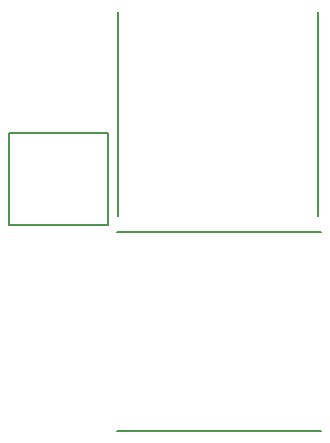
<source format=gbo>
G04*
G04 #@! TF.GenerationSoftware,Altium Limited,Altium Designer,21.8.1 (53)*
G04*
G04 Layer_Color=32896*
%FSAX44Y44*%
%MOMM*%
G71*
G04*
G04 #@! TF.SameCoordinates,6BB75745-684E-4E6C-8D6C-D78F644A18B4*
G04*
G04*
G04 #@! TF.FilePolarity,Positive*
G04*
G01*
G75*
%ADD10C,0.2000*%
D10*
X01265500Y00537500D02*
Y00710500D01*
X01096500Y00537500D02*
Y00710500D01*
X01095500Y00524500D02*
X01268500D01*
X01095500Y00355500D02*
X01268500D01*
X01004000Y00530000D02*
X01088000D01*
X01004000D02*
Y00608000D01*
X01088000D01*
Y00530000D02*
Y00608000D01*
M02*

</source>
